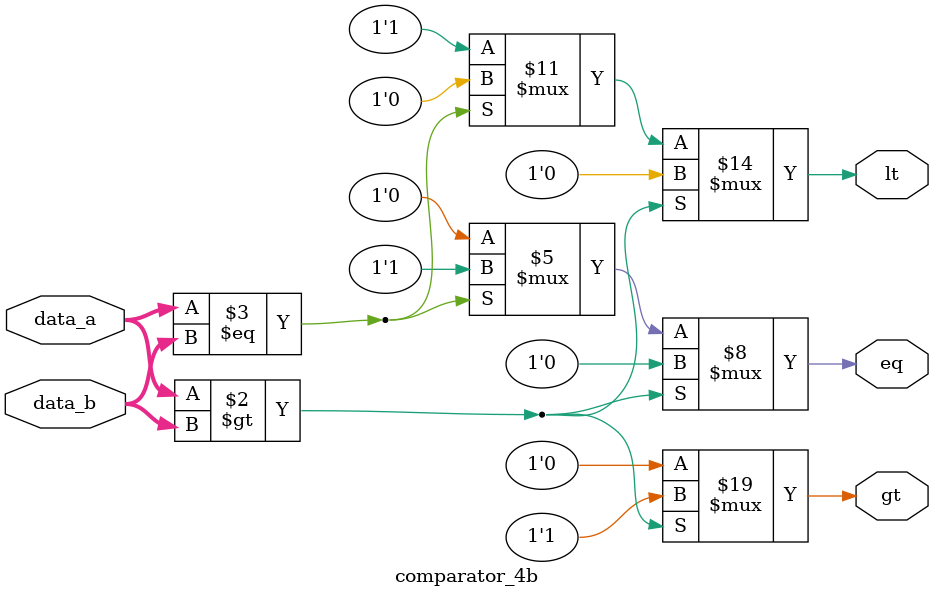
<source format=v>
`timescale 1ns/1ps
module comparator(a, b, a_gt_b, a_eq_b, a_lt_b);
input [15:0] a;
input [15:0] b; 
output a_gt_b; 
output a_eq_b; 
output a_lt_b; 

wire [3:0] gt, eq, lt;

comparator_4b u0(.data_a(a[15:12]), .data_b(b[15:12]), .gt(gt[3]), .eq(eq[3]), .lt(lt[3]));
comparator_4b u1(.data_a(a[11:8]),  .data_b(b[11:8]),  .gt(gt[2]), .eq(eq[2]), .lt(lt[2]));
comparator_4b u2(.data_a(a[7:4]),   .data_b(b[7:4]),   .gt(gt[1]), .eq(eq[1]), .lt(lt[1]));
comparator_4b u3(.data_a(a[3:0]),   .data_b(b[3:0]),   .gt(gt[0]), .eq(eq[0]), .lt(lt[0]));

comparator_4b u4(.data_a(gt[3:0]), .data_b(lt[3:0]), .gt(a_gt_b), .eq(a_eq_b), .lt(a_lt_b));

endmodule


/* 4-bit magnitude comparator module*/ 
module comparator_4b(data_a, data_b, gt, eq, lt); 
input [3:0] data_a;
input [3:0] data_b; 
output reg gt; /* gt = 1 if data_a > data_b */ 
output reg eq; /* eq = 1 if data_a == data_b */ 
output reg lt; /* gt = 1 if data_a < data_b */ 

always@(*) begin
	if(data_a > data_b) begin
		gt <= #3 1'b1;
		lt <= #4 1'b0;
		eq <= #5 1'b0;
	end
	else if(data_a == data_b) begin
		gt <= #3 1'b0;
		lt <= #4 1'b0;
		eq <= #5 1'b1;
	end
	else begin
		gt <= #3 1'b0;
		lt <= #4 1'b1;
		eq <= #5 1'b0;
	end
end

endmodule
</source>
